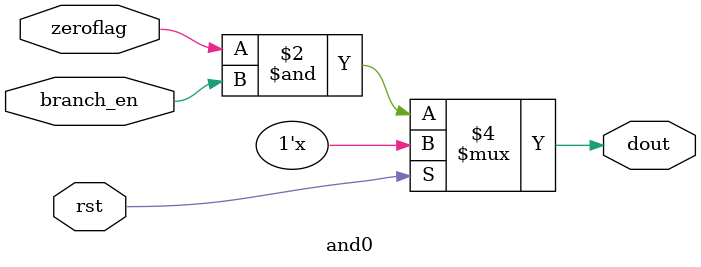
<source format=v>
`timescale 1ns / 1ps


module and0 
/*** PARAMETERS ***/
#(parameter
    DATA_WL     = 32,
    ADDR_RF_WL  = 5,
    ADDR_MEM    = 32,
    IMMED_WL    = 16,
    JUMP_WL     = 26
)
/*** IN/OUT ***/
(
    // IN
    input   zeroflag,
            branch_en,
            rst,
    // OUT
    output reg dout
);
    always @(*)
    begin
        if(rst) dout = 1'bx;
        else dout = zeroflag & branch_en;
    end
endmodule

</source>
